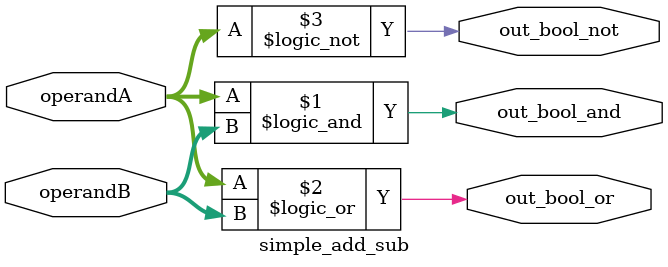
<source format=sv>
module simple_add_sub (
  input  [7:0] operandA, operandB, // два входных 8-ми битных операнда
  output       out_bool_and, out_bool_or, out_bool_not
);
  assign out_bool_and = operandA && operandB; // 8'b0011_1101 & 8'b1010_0110 = 1'b1
  assign out_bool_or  = operandA || operandB; // 8'b0011_1101 | 8'b1010_0110 = 1'b1
  assign out_bool_not = !operandA;            // !8'b0011_1101 = 1'b0
endmodule

</source>
